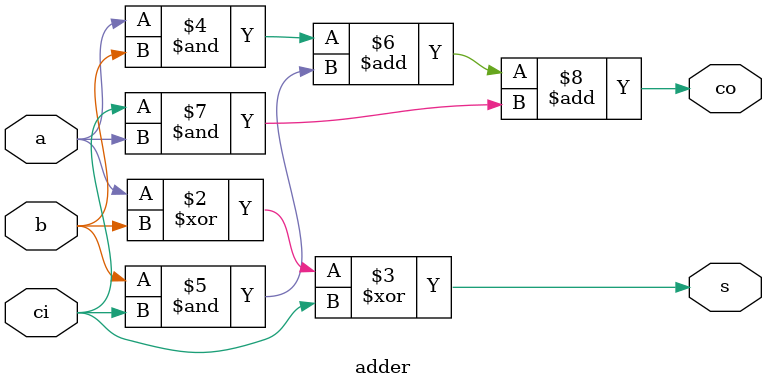
<source format=sv>
module adder(a,b,ci,s,co);
input a,b,ci;
output reg s,co;

always @ (*) begin

s = a ^ b ^ ci;
co = (a & b) + (b & ci) + (ci & a);

$display("s = %d, cout = %d ", s,co);
end
endmodule

</source>
